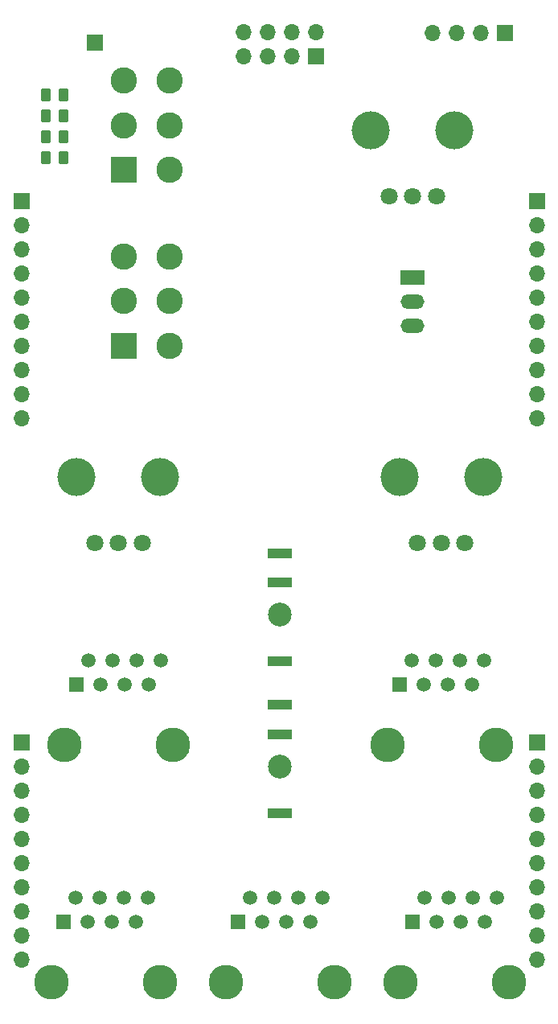
<source format=gbr>
%TF.GenerationSoftware,KiCad,Pcbnew,(6.0.11)*%
%TF.CreationDate,2023-04-28T10:51:55+01:00*%
%TF.ProjectId,Quadraphone_Controls_v2,51756164-7261-4706-986f-6e655f436f6e,rev?*%
%TF.SameCoordinates,Original*%
%TF.FileFunction,Soldermask,Bot*%
%TF.FilePolarity,Negative*%
%FSLAX46Y46*%
G04 Gerber Fmt 4.6, Leading zero omitted, Abs format (unit mm)*
G04 Created by KiCad (PCBNEW (6.0.11)) date 2023-04-28 10:51:55*
%MOMM*%
%LPD*%
G01*
G04 APERTURE LIST*
G04 Aperture macros list*
%AMRoundRect*
0 Rectangle with rounded corners*
0 $1 Rounding radius*
0 $2 $3 $4 $5 $6 $7 $8 $9 X,Y pos of 4 corners*
0 Add a 4 corners polygon primitive as box body*
4,1,4,$2,$3,$4,$5,$6,$7,$8,$9,$2,$3,0*
0 Add four circle primitives for the rounded corners*
1,1,$1+$1,$2,$3*
1,1,$1+$1,$4,$5*
1,1,$1+$1,$6,$7*
1,1,$1+$1,$8,$9*
0 Add four rect primitives between the rounded corners*
20,1,$1+$1,$2,$3,$4,$5,0*
20,1,$1+$1,$4,$5,$6,$7,0*
20,1,$1+$1,$6,$7,$8,$9,0*
20,1,$1+$1,$8,$9,$2,$3,0*%
G04 Aperture macros list end*
%ADD10R,2.775000X2.775000*%
%ADD11C,2.775000*%
%ADD12RoundRect,0.250000X0.262500X0.450000X-0.262500X0.450000X-0.262500X-0.450000X0.262500X-0.450000X0*%
%ADD13C,3.650000*%
%ADD14R,1.500000X1.500000*%
%ADD15C,1.500000*%
%ADD16C,4.000000*%
%ADD17C,1.800000*%
%ADD18R,2.500000X1.500000*%
%ADD19O,2.500000X1.500000*%
%ADD20C,2.500000*%
%ADD21R,2.500000X1.000000*%
%ADD22R,1.700000X1.700000*%
%ADD23O,1.700000X1.700000*%
G04 APERTURE END LIST*
D10*
%TO.C,SW3*%
X63585000Y-59700000D03*
D11*
X63585000Y-55000000D03*
X63585000Y-50300000D03*
X68415000Y-59700000D03*
X68415000Y-55000000D03*
X68415000Y-50300000D03*
%TD*%
D12*
%TO.C,R4*%
X57212500Y-51800000D03*
X55387500Y-51800000D03*
%TD*%
%TO.C,R3*%
X57212500Y-54000000D03*
X55387500Y-54000000D03*
%TD*%
%TO.C,R2*%
X55387500Y-56200000D03*
X57212500Y-56200000D03*
%TD*%
%TO.C,R1*%
X57212500Y-58400000D03*
X55387500Y-58400000D03*
%TD*%
D13*
%TO.C,J7*%
X102760000Y-120200000D03*
X91330000Y-120200000D03*
D14*
X92600000Y-113850000D03*
D15*
X93870000Y-111310000D03*
X95140000Y-113850000D03*
X96410000Y-111310000D03*
X97680000Y-113850000D03*
X98950000Y-111310000D03*
X100220000Y-113850000D03*
X101490000Y-111310000D03*
%TD*%
D16*
%TO.C,Fine_Tune1*%
X89600000Y-55500000D03*
X98400000Y-55500000D03*
D17*
X96500000Y-62500000D03*
X94000000Y-62500000D03*
X91500000Y-62500000D03*
%TD*%
D13*
%TO.C,J9*%
X57330000Y-120200000D03*
X68760000Y-120200000D03*
D14*
X58600000Y-113850000D03*
D15*
X59870000Y-111310000D03*
X61140000Y-113850000D03*
X62410000Y-111310000D03*
X63680000Y-113850000D03*
X64950000Y-111310000D03*
X66220000Y-113850000D03*
X67490000Y-111310000D03*
%TD*%
D13*
%TO.C,J8*%
X92730000Y-145200000D03*
X104160000Y-145200000D03*
D14*
X94000000Y-138850000D03*
D15*
X95270000Y-136310000D03*
X96540000Y-138850000D03*
X97810000Y-136310000D03*
X99080000Y-138850000D03*
X100350000Y-136310000D03*
X101620000Y-138850000D03*
X102890000Y-136310000D03*
%TD*%
D18*
%TO.C,SW1*%
X94000000Y-71000000D03*
D19*
X94000000Y-73540000D03*
X94000000Y-76080000D03*
%TD*%
D16*
%TO.C,Vibrato_Depth1*%
X58600000Y-92000000D03*
X67400000Y-92000000D03*
D17*
X65500000Y-99000000D03*
X63000000Y-99000000D03*
X60500000Y-99000000D03*
%TD*%
D13*
%TO.C,J10*%
X67360000Y-145200000D03*
X55930000Y-145200000D03*
D14*
X57200000Y-138850000D03*
D15*
X58470000Y-136310000D03*
X59740000Y-138850000D03*
X61010000Y-136310000D03*
X62280000Y-138850000D03*
X63550000Y-136310000D03*
X64820000Y-138850000D03*
X66090000Y-136310000D03*
%TD*%
D10*
%TO.C,SW2*%
X63585000Y-78200000D03*
D11*
X63585000Y-73500000D03*
X63585000Y-68800000D03*
X68415000Y-78200000D03*
X68415000Y-73500000D03*
X68415000Y-68800000D03*
%TD*%
D13*
%TO.C,J11*%
X85760000Y-145200000D03*
X74330000Y-145200000D03*
D14*
X75600000Y-138850000D03*
D15*
X76870000Y-136310000D03*
X78140000Y-138850000D03*
X79410000Y-136310000D03*
X80680000Y-138850000D03*
X81950000Y-136310000D03*
X83220000Y-138850000D03*
X84490000Y-136310000D03*
%TD*%
D20*
%TO.C,J6*%
X80000000Y-106500000D03*
D21*
X80000000Y-100020000D03*
X80000000Y-103120000D03*
X80000000Y-111420000D03*
%TD*%
D16*
%TO.C,PWM_Pot1*%
X101400000Y-92000000D03*
X92600000Y-92000000D03*
D17*
X99500000Y-99000000D03*
X97000000Y-99000000D03*
X94500000Y-99000000D03*
%TD*%
D20*
%TO.C,J5*%
X80000000Y-122500000D03*
D21*
X80000000Y-116020000D03*
X80000000Y-119120000D03*
X80000000Y-127420000D03*
%TD*%
D22*
%TO.C,J13*%
X103700000Y-45300000D03*
D23*
X101160000Y-45300000D03*
X98620000Y-45300000D03*
X96080000Y-45300000D03*
%TD*%
D22*
%TO.C,J3*%
X107100000Y-120000000D03*
D23*
X107100000Y-122540000D03*
X107100000Y-125080000D03*
X107100000Y-127620000D03*
X107100000Y-130160000D03*
X107100000Y-132700000D03*
X107100000Y-135240000D03*
X107100000Y-137780000D03*
X107100000Y-140320000D03*
X107100000Y-142860000D03*
%TD*%
D22*
%TO.C,J14*%
X60500000Y-46300000D03*
%TD*%
%TO.C,J4*%
X52800000Y-120000000D03*
D23*
X52800000Y-122540000D03*
X52800000Y-125080000D03*
X52800000Y-127620000D03*
X52800000Y-130160000D03*
X52800000Y-132700000D03*
X52800000Y-135240000D03*
X52800000Y-137780000D03*
X52800000Y-140320000D03*
X52800000Y-142860000D03*
%TD*%
D22*
%TO.C,J1*%
X107100000Y-63000000D03*
D23*
X107100000Y-65540000D03*
X107100000Y-68080000D03*
X107100000Y-70620000D03*
X107100000Y-73160000D03*
X107100000Y-75700000D03*
X107100000Y-78240000D03*
X107100000Y-80780000D03*
X107100000Y-83320000D03*
X107100000Y-85860000D03*
%TD*%
D22*
%TO.C,J12*%
X83800000Y-47750000D03*
D23*
X83800000Y-45210000D03*
X81260000Y-47750000D03*
X81260000Y-45210000D03*
X78720000Y-47750000D03*
X78720000Y-45210000D03*
X76180000Y-47750000D03*
X76180000Y-45210000D03*
%TD*%
D22*
%TO.C,J2*%
X52800000Y-63000000D03*
D23*
X52800000Y-65540000D03*
X52800000Y-68080000D03*
X52800000Y-70620000D03*
X52800000Y-73160000D03*
X52800000Y-75700000D03*
X52800000Y-78240000D03*
X52800000Y-80780000D03*
X52800000Y-83320000D03*
X52800000Y-85860000D03*
%TD*%
M02*

</source>
